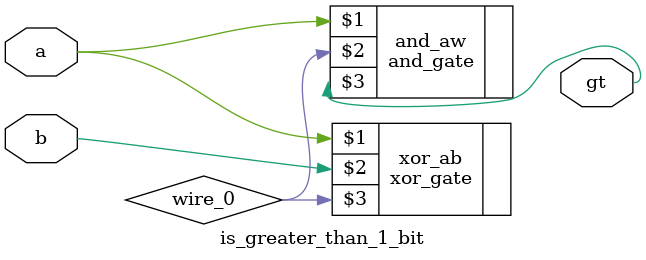
<source format=sv>
module is_greater_than_1_bit (
		input logic a,b,
		output logic gt
	);
	
	logic wire_0;
	xor_gate xor_ab (a, b, wire_0);
	and_gate and_aw (a, wire_0, gt);

endmodule

</source>
